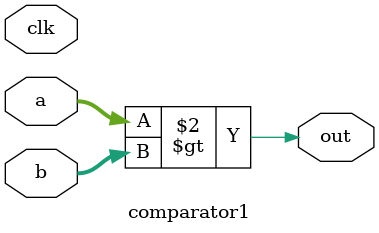
<source format=sv>
module comparator1 (out, clk, a, b);

	output logic out;
	
	input logic clk;
	input logic [7:0] a;
	input logic [7:0] b;
	
	always_comb begin
		out = (a[7:0] > b[7:0]);
	end	
endmodule 
</source>
